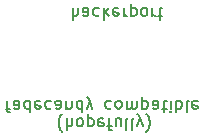
<source format=gbo>
G04 #@! TF.FileFunction,Legend,Bot*
%FSLAX46Y46*%
G04 Gerber Fmt 4.6, Leading zero omitted, Abs format (unit mm)*
G04 Created by KiCad (PCBNEW 4.0.2+dfsg1-stable) date Tue 19 Jul 2016 04:40:27 PM CEST*
%MOMM*%
G01*
G04 APERTURE LIST*
%ADD10C,0.100000*%
%ADD11C,0.150000*%
G04 APERTURE END LIST*
D10*
D11*
X15778571Y-24766667D02*
X15730951Y-24814286D01*
X15635713Y-24957143D01*
X15588094Y-25052381D01*
X15540475Y-25195238D01*
X15492856Y-25433333D01*
X15492856Y-25623810D01*
X15540475Y-25861905D01*
X15588094Y-26004762D01*
X15635713Y-26100000D01*
X15730951Y-26242857D01*
X15778571Y-26290476D01*
X16159523Y-25147619D02*
X16159523Y-26147619D01*
X16588095Y-25147619D02*
X16588095Y-25671429D01*
X16540476Y-25766667D01*
X16445238Y-25814286D01*
X16302380Y-25814286D01*
X16207142Y-25766667D01*
X16159523Y-25719048D01*
X17207142Y-25147619D02*
X17111904Y-25195238D01*
X17064285Y-25242857D01*
X17016666Y-25338095D01*
X17016666Y-25623810D01*
X17064285Y-25719048D01*
X17111904Y-25766667D01*
X17207142Y-25814286D01*
X17350000Y-25814286D01*
X17445238Y-25766667D01*
X17492857Y-25719048D01*
X17540476Y-25623810D01*
X17540476Y-25338095D01*
X17492857Y-25242857D01*
X17445238Y-25195238D01*
X17350000Y-25147619D01*
X17207142Y-25147619D01*
X17969047Y-25814286D02*
X17969047Y-24814286D01*
X17969047Y-25766667D02*
X18064285Y-25814286D01*
X18254762Y-25814286D01*
X18350000Y-25766667D01*
X18397619Y-25719048D01*
X18445238Y-25623810D01*
X18445238Y-25338095D01*
X18397619Y-25242857D01*
X18350000Y-25195238D01*
X18254762Y-25147619D01*
X18064285Y-25147619D01*
X17969047Y-25195238D01*
X19254762Y-25195238D02*
X19159524Y-25147619D01*
X18969047Y-25147619D01*
X18873809Y-25195238D01*
X18826190Y-25290476D01*
X18826190Y-25671429D01*
X18873809Y-25766667D01*
X18969047Y-25814286D01*
X19159524Y-25814286D01*
X19254762Y-25766667D01*
X19302381Y-25671429D01*
X19302381Y-25576190D01*
X18826190Y-25480952D01*
X19588095Y-25814286D02*
X19969047Y-25814286D01*
X19730952Y-25147619D02*
X19730952Y-26004762D01*
X19778571Y-26100000D01*
X19873809Y-26147619D01*
X19969047Y-26147619D01*
X20730953Y-25814286D02*
X20730953Y-25147619D01*
X20302381Y-25814286D02*
X20302381Y-25290476D01*
X20350000Y-25195238D01*
X20445238Y-25147619D01*
X20588096Y-25147619D01*
X20683334Y-25195238D01*
X20730953Y-25242857D01*
X21350000Y-25147619D02*
X21254762Y-25195238D01*
X21207143Y-25290476D01*
X21207143Y-26147619D01*
X21873810Y-25147619D02*
X21778572Y-25195238D01*
X21730953Y-25290476D01*
X21730953Y-26147619D01*
X22159525Y-25814286D02*
X22397620Y-25147619D01*
X22635716Y-25814286D02*
X22397620Y-25147619D01*
X22302382Y-24909524D01*
X22254763Y-24861905D01*
X22159525Y-24814286D01*
X22921430Y-24766667D02*
X22969049Y-24814286D01*
X23064287Y-24957143D01*
X23111906Y-25052381D01*
X23159525Y-25195238D01*
X23207144Y-25433333D01*
X23207144Y-25623810D01*
X23159525Y-25861905D01*
X23111906Y-26004762D01*
X23064287Y-26100000D01*
X22969049Y-26242857D01*
X22921430Y-26290476D01*
X11009523Y-24314286D02*
X11390475Y-24314286D01*
X11152380Y-23647619D02*
X11152380Y-24504762D01*
X11199999Y-24600000D01*
X11295237Y-24647619D01*
X11390475Y-24647619D01*
X12152381Y-23647619D02*
X12152381Y-24171429D01*
X12104762Y-24266667D01*
X12009524Y-24314286D01*
X11819047Y-24314286D01*
X11723809Y-24266667D01*
X12152381Y-23695238D02*
X12057143Y-23647619D01*
X11819047Y-23647619D01*
X11723809Y-23695238D01*
X11676190Y-23790476D01*
X11676190Y-23885714D01*
X11723809Y-23980952D01*
X11819047Y-24028571D01*
X12057143Y-24028571D01*
X12152381Y-24076190D01*
X13057143Y-23647619D02*
X13057143Y-24647619D01*
X13057143Y-23695238D02*
X12961905Y-23647619D01*
X12771428Y-23647619D01*
X12676190Y-23695238D01*
X12628571Y-23742857D01*
X12580952Y-23838095D01*
X12580952Y-24123810D01*
X12628571Y-24219048D01*
X12676190Y-24266667D01*
X12771428Y-24314286D01*
X12961905Y-24314286D01*
X13057143Y-24266667D01*
X13914286Y-23695238D02*
X13819048Y-23647619D01*
X13628571Y-23647619D01*
X13533333Y-23695238D01*
X13485714Y-23790476D01*
X13485714Y-24171429D01*
X13533333Y-24266667D01*
X13628571Y-24314286D01*
X13819048Y-24314286D01*
X13914286Y-24266667D01*
X13961905Y-24171429D01*
X13961905Y-24076190D01*
X13485714Y-23980952D01*
X14819048Y-23695238D02*
X14723810Y-23647619D01*
X14533333Y-23647619D01*
X14438095Y-23695238D01*
X14390476Y-23742857D01*
X14342857Y-23838095D01*
X14342857Y-24123810D01*
X14390476Y-24219048D01*
X14438095Y-24266667D01*
X14533333Y-24314286D01*
X14723810Y-24314286D01*
X14819048Y-24266667D01*
X15676191Y-23647619D02*
X15676191Y-24171429D01*
X15628572Y-24266667D01*
X15533334Y-24314286D01*
X15342857Y-24314286D01*
X15247619Y-24266667D01*
X15676191Y-23695238D02*
X15580953Y-23647619D01*
X15342857Y-23647619D01*
X15247619Y-23695238D01*
X15200000Y-23790476D01*
X15200000Y-23885714D01*
X15247619Y-23980952D01*
X15342857Y-24028571D01*
X15580953Y-24028571D01*
X15676191Y-24076190D01*
X16152381Y-24314286D02*
X16152381Y-23647619D01*
X16152381Y-24219048D02*
X16200000Y-24266667D01*
X16295238Y-24314286D01*
X16438096Y-24314286D01*
X16533334Y-24266667D01*
X16580953Y-24171429D01*
X16580953Y-23647619D01*
X17485715Y-23647619D02*
X17485715Y-24647619D01*
X17485715Y-23695238D02*
X17390477Y-23647619D01*
X17200000Y-23647619D01*
X17104762Y-23695238D01*
X17057143Y-23742857D01*
X17009524Y-23838095D01*
X17009524Y-24123810D01*
X17057143Y-24219048D01*
X17104762Y-24266667D01*
X17200000Y-24314286D01*
X17390477Y-24314286D01*
X17485715Y-24266667D01*
X17866667Y-24314286D02*
X18104762Y-23647619D01*
X18342858Y-24314286D02*
X18104762Y-23647619D01*
X18009524Y-23409524D01*
X17961905Y-23361905D01*
X17866667Y-23314286D01*
X19914287Y-23695238D02*
X19819049Y-23647619D01*
X19628572Y-23647619D01*
X19533334Y-23695238D01*
X19485715Y-23742857D01*
X19438096Y-23838095D01*
X19438096Y-24123810D01*
X19485715Y-24219048D01*
X19533334Y-24266667D01*
X19628572Y-24314286D01*
X19819049Y-24314286D01*
X19914287Y-24266667D01*
X20485715Y-23647619D02*
X20390477Y-23695238D01*
X20342858Y-23742857D01*
X20295239Y-23838095D01*
X20295239Y-24123810D01*
X20342858Y-24219048D01*
X20390477Y-24266667D01*
X20485715Y-24314286D01*
X20628573Y-24314286D01*
X20723811Y-24266667D01*
X20771430Y-24219048D01*
X20819049Y-24123810D01*
X20819049Y-23838095D01*
X20771430Y-23742857D01*
X20723811Y-23695238D01*
X20628573Y-23647619D01*
X20485715Y-23647619D01*
X21247620Y-23647619D02*
X21247620Y-24314286D01*
X21247620Y-24219048D02*
X21295239Y-24266667D01*
X21390477Y-24314286D01*
X21533335Y-24314286D01*
X21628573Y-24266667D01*
X21676192Y-24171429D01*
X21676192Y-23647619D01*
X21676192Y-24171429D02*
X21723811Y-24266667D01*
X21819049Y-24314286D01*
X21961906Y-24314286D01*
X22057144Y-24266667D01*
X22104763Y-24171429D01*
X22104763Y-23647619D01*
X22580953Y-24314286D02*
X22580953Y-23314286D01*
X22580953Y-24266667D02*
X22676191Y-24314286D01*
X22866668Y-24314286D01*
X22961906Y-24266667D01*
X23009525Y-24219048D01*
X23057144Y-24123810D01*
X23057144Y-23838095D01*
X23009525Y-23742857D01*
X22961906Y-23695238D01*
X22866668Y-23647619D01*
X22676191Y-23647619D01*
X22580953Y-23695238D01*
X23914287Y-23647619D02*
X23914287Y-24171429D01*
X23866668Y-24266667D01*
X23771430Y-24314286D01*
X23580953Y-24314286D01*
X23485715Y-24266667D01*
X23914287Y-23695238D02*
X23819049Y-23647619D01*
X23580953Y-23647619D01*
X23485715Y-23695238D01*
X23438096Y-23790476D01*
X23438096Y-23885714D01*
X23485715Y-23980952D01*
X23580953Y-24028571D01*
X23819049Y-24028571D01*
X23914287Y-24076190D01*
X24247620Y-24314286D02*
X24628572Y-24314286D01*
X24390477Y-24647619D02*
X24390477Y-23790476D01*
X24438096Y-23695238D01*
X24533334Y-23647619D01*
X24628572Y-23647619D01*
X24961906Y-23647619D02*
X24961906Y-24314286D01*
X24961906Y-24647619D02*
X24914287Y-24600000D01*
X24961906Y-24552381D01*
X25009525Y-24600000D01*
X24961906Y-24647619D01*
X24961906Y-24552381D01*
X25438096Y-23647619D02*
X25438096Y-24647619D01*
X25438096Y-24266667D02*
X25533334Y-24314286D01*
X25723811Y-24314286D01*
X25819049Y-24266667D01*
X25866668Y-24219048D01*
X25914287Y-24123810D01*
X25914287Y-23838095D01*
X25866668Y-23742857D01*
X25819049Y-23695238D01*
X25723811Y-23647619D01*
X25533334Y-23647619D01*
X25438096Y-23695238D01*
X26485715Y-23647619D02*
X26390477Y-23695238D01*
X26342858Y-23790476D01*
X26342858Y-24647619D01*
X27247621Y-23695238D02*
X27152383Y-23647619D01*
X26961906Y-23647619D01*
X26866668Y-23695238D01*
X26819049Y-23790476D01*
X26819049Y-24171429D01*
X26866668Y-24266667D01*
X26961906Y-24314286D01*
X27152383Y-24314286D01*
X27247621Y-24266667D01*
X27295240Y-24171429D01*
X27295240Y-24076190D01*
X26819049Y-23980952D01*
X16661904Y-15797619D02*
X16661904Y-16797619D01*
X17090476Y-15797619D02*
X17090476Y-16321429D01*
X17042857Y-16416667D01*
X16947619Y-16464286D01*
X16804761Y-16464286D01*
X16709523Y-16416667D01*
X16661904Y-16369048D01*
X17995238Y-15797619D02*
X17995238Y-16321429D01*
X17947619Y-16416667D01*
X17852381Y-16464286D01*
X17661904Y-16464286D01*
X17566666Y-16416667D01*
X17995238Y-15845238D02*
X17900000Y-15797619D01*
X17661904Y-15797619D01*
X17566666Y-15845238D01*
X17519047Y-15940476D01*
X17519047Y-16035714D01*
X17566666Y-16130952D01*
X17661904Y-16178571D01*
X17900000Y-16178571D01*
X17995238Y-16226190D01*
X18900000Y-15845238D02*
X18804762Y-15797619D01*
X18614285Y-15797619D01*
X18519047Y-15845238D01*
X18471428Y-15892857D01*
X18423809Y-15988095D01*
X18423809Y-16273810D01*
X18471428Y-16369048D01*
X18519047Y-16416667D01*
X18614285Y-16464286D01*
X18804762Y-16464286D01*
X18900000Y-16416667D01*
X19328571Y-15797619D02*
X19328571Y-16797619D01*
X19423809Y-16178571D02*
X19709524Y-15797619D01*
X19709524Y-16464286D02*
X19328571Y-16083333D01*
X20519048Y-15845238D02*
X20423810Y-15797619D01*
X20233333Y-15797619D01*
X20138095Y-15845238D01*
X20090476Y-15940476D01*
X20090476Y-16321429D01*
X20138095Y-16416667D01*
X20233333Y-16464286D01*
X20423810Y-16464286D01*
X20519048Y-16416667D01*
X20566667Y-16321429D01*
X20566667Y-16226190D01*
X20090476Y-16130952D01*
X20995238Y-15797619D02*
X20995238Y-16464286D01*
X20995238Y-16273810D02*
X21042857Y-16369048D01*
X21090476Y-16416667D01*
X21185714Y-16464286D01*
X21280953Y-16464286D01*
X21614286Y-16464286D02*
X21614286Y-15464286D01*
X21614286Y-16416667D02*
X21709524Y-16464286D01*
X21900001Y-16464286D01*
X21995239Y-16416667D01*
X22042858Y-16369048D01*
X22090477Y-16273810D01*
X22090477Y-15988095D01*
X22042858Y-15892857D01*
X21995239Y-15845238D01*
X21900001Y-15797619D01*
X21709524Y-15797619D01*
X21614286Y-15845238D01*
X22661905Y-15797619D02*
X22566667Y-15845238D01*
X22519048Y-15892857D01*
X22471429Y-15988095D01*
X22471429Y-16273810D01*
X22519048Y-16369048D01*
X22566667Y-16416667D01*
X22661905Y-16464286D01*
X22804763Y-16464286D01*
X22900001Y-16416667D01*
X22947620Y-16369048D01*
X22995239Y-16273810D01*
X22995239Y-15988095D01*
X22947620Y-15892857D01*
X22900001Y-15845238D01*
X22804763Y-15797619D01*
X22661905Y-15797619D01*
X23423810Y-15797619D02*
X23423810Y-16464286D01*
X23423810Y-16273810D02*
X23471429Y-16369048D01*
X23519048Y-16416667D01*
X23614286Y-16464286D01*
X23709525Y-16464286D01*
X23900001Y-16464286D02*
X24280953Y-16464286D01*
X24042858Y-16797619D02*
X24042858Y-15940476D01*
X24090477Y-15845238D01*
X24185715Y-15797619D01*
X24280953Y-15797619D01*
M02*

</source>
